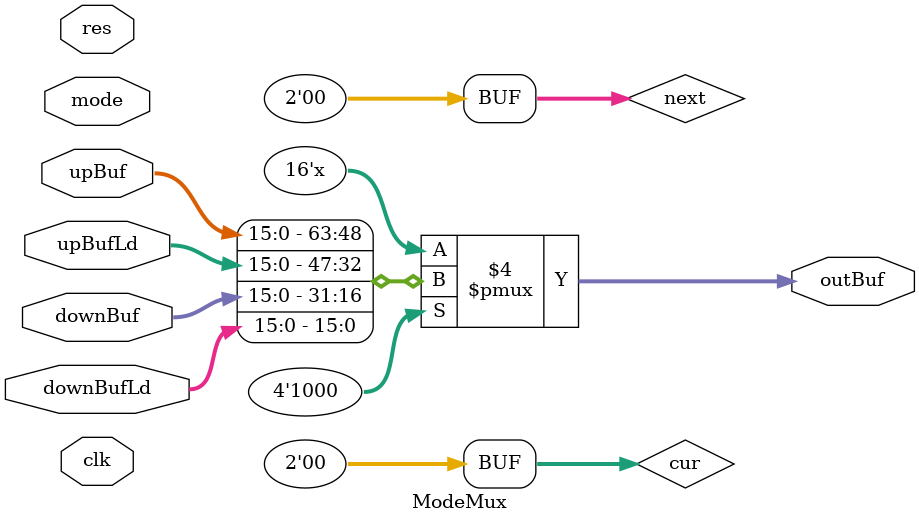
<source format=v>
`timescale 1ns / 1ps

module ModeMux(
    input clk,
    input res,
    input [1:0] mode,
    input [15:0] upBuf,
    input [15:0] upBufLd,
    input [15:0] downBuf,
    input [15:0] downBufLd,
    output reg [15:0] outBuf
    );
    
    reg [1:0] cur;
        reg [1:0] next;
        reg dbBit;
        
        //state trans
        always @(*) begin
            case(cur)
                2'b00: next = 2'b01;
                2'b01: next = 2'b10;
                2'b10: next = 2'b11;
                2'b11: next = 2'b00;
                default: begin next = 2'b00;
                    cur = 2'b00;
                    end
            endcase
        end
        
        always @(*) begin
            //mux
            case(cur)
                2'b00: outBuf = upBuf;
                2'b01: outBuf = upBufLd;
                2'b10: outBuf = downBuf;
                2'b11: outBuf = downBufLd;
                default: outBuf = 16'b111111111111111;
            endcase
            end
        
        always @(posedge clk) begin
            cur <= mode;
        end
endmodule

</source>
